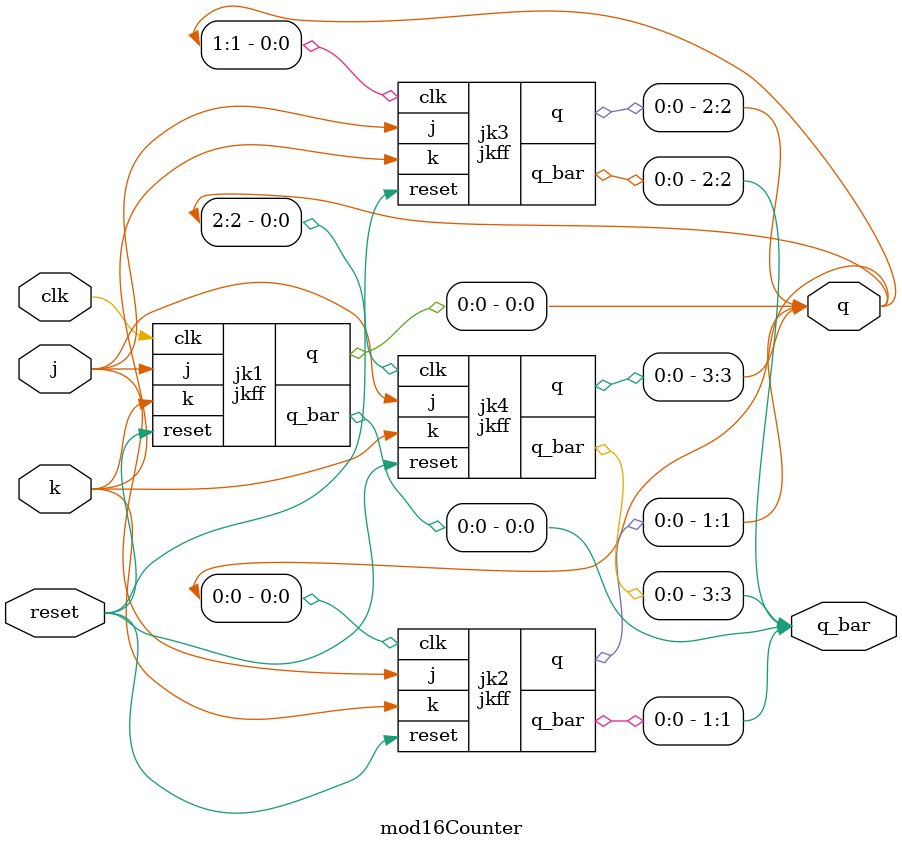
<source format=v>


module jkff(q,q_bar ,clk, reset,j, k);

input wire j,k,clk,reset;

output reg q,q_bar;

always @(posedge clk) begin

  if(reset)

            begin
            q=1'b0;
            q_bar=1'b1;
            end 
  else 

    begin
          case({j,k})
            {1'b0,1'b0}: begin q=q;q_bar=q_bar; end
            {1'b0,1'b1}: begin q=1'b0;q_bar=1'b1; end
            {1'b1,1'b0}: begin q=1'b1;q_bar=1'b0; end
            {1'b1,1'b1}: begin q=~q; q_bar=~q_bar; end
          endcase
    end
 end
endmodule











module mod16Counter(q, q_bar, clk, reset, j, k);

output  [3:0] q; output  [3:0] q_bar;

  input clk,reset, j, k ;

 jkff jk1 (q[0], q_bar[0], clk, reset, j, k);

 jkff jk2 (q[1], q_bar[1], q[0], reset, j, k);

 jkff jk3 (q[2], q_bar[2], q[1], reset, j, k);

 jkff jk4 (q[3], q_bar[3], q[2], reset, j, k);

endmodule
</source>
